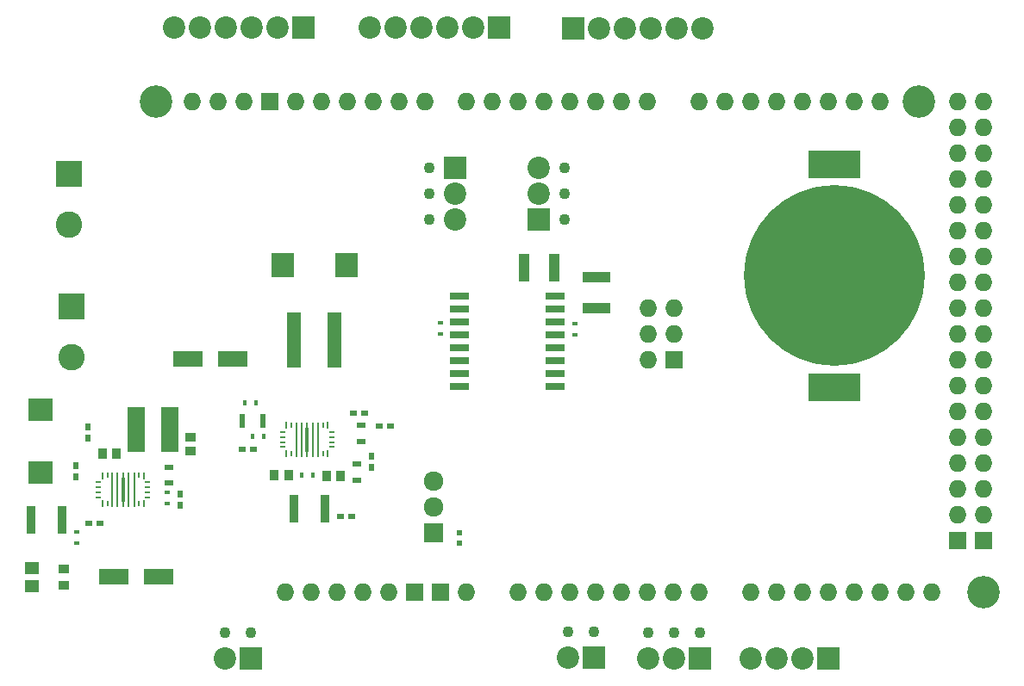
<source format=gts>
G04 #@! TF.GenerationSoftware,KiCad,Pcbnew,6.0.2+dfsg-1*
G04 #@! TF.CreationDate,2024-03-01T17:34:33+01:00*
G04 #@! TF.ProjectId,controller_pcb,636f6e74-726f-46c6-9c65-725f7063622e,v01*
G04 #@! TF.SameCoordinates,Original*
G04 #@! TF.FileFunction,Soldermask,Top*
G04 #@! TF.FilePolarity,Negative*
%FSLAX46Y46*%
G04 Gerber Fmt 4.6, Leading zero omitted, Abs format (unit mm)*
G04 Created by KiCad (PCBNEW 6.0.2+dfsg-1) date 2024-03-01 17:34:33*
%MOMM*%
%LPD*%
G01*
G04 APERTURE LIST*
%ADD10O,1.727200X1.727200*%
%ADD11R,1.727200X1.727200*%
%ADD12C,3.200000*%
%ADD13R,5.080000X2.790000*%
%ADD14C,17.780000*%
%ADD15C,2.200000*%
%ADD16R,2.200000X2.200000*%
%ADD17C,1.100000*%
%ADD18R,1.000000X0.950000*%
%ADD19R,3.000000X1.600000*%
%ADD20R,0.600000X0.250000*%
%ADD21R,0.250000X0.650000*%
%ADD22R,0.250000X0.600000*%
%ADD23R,0.250000X3.400000*%
%ADD24R,0.330000X2.350000*%
%ADD25R,0.250000X0.525000*%
%ADD26R,0.990000X0.810000*%
%ADD27R,0.620000X0.420000*%
%ADD28R,0.810000X0.990000*%
%ADD29R,0.750000X0.600000*%
%ADD30R,2.600000X2.600000*%
%ADD31C,2.600000*%
%ADD32R,0.420000X0.620000*%
%ADD33R,0.940000X0.540000*%
%ADD34R,0.920000X2.820000*%
%ADD35R,0.600000X0.750000*%
%ADD36R,2.450000X2.300000*%
%ADD37R,1.920000X1.920000*%
%ADD38C,1.920000*%
%ADD39R,2.300000X2.450000*%
%ADD40R,1.925000X0.650000*%
%ADD41R,2.700000X1.100000*%
%ADD42R,1.100000X2.700000*%
%ADD43R,1.800000X4.500000*%
%ADD44R,0.500000X0.475000*%
%ADD45R,1.450000X1.150000*%
%ADD46R,0.620000X1.470000*%
%ADD47R,1.450000X5.500000*%
G04 APERTURE END LIST*
D10*
X138540998Y-126746000D03*
X114156998Y-78486000D03*
X111616998Y-78486000D03*
X156447998Y-101346000D03*
X156447998Y-103886000D03*
X125840998Y-126746000D03*
X158987998Y-101346000D03*
X156447998Y-98806000D03*
X123300998Y-126746000D03*
D11*
X189340998Y-121666000D03*
X186800998Y-121666000D03*
X158987998Y-103886000D03*
X136000998Y-126746000D03*
X133460998Y-126746000D03*
X119236998Y-78486000D03*
D10*
X189340998Y-119126000D03*
X186800998Y-119126000D03*
X189340998Y-116586000D03*
X186800998Y-116586000D03*
X189340998Y-114046000D03*
X186800998Y-114046000D03*
X189340998Y-111506000D03*
X186800998Y-111506000D03*
X189340998Y-108966000D03*
X186800998Y-108966000D03*
X189340998Y-106426000D03*
X186800998Y-106426000D03*
X189340998Y-103886000D03*
X186800998Y-103886000D03*
X189340998Y-101346000D03*
X186800998Y-101346000D03*
X189340998Y-98806000D03*
X186800998Y-98806000D03*
X189340998Y-96266000D03*
X186800998Y-96266000D03*
X189340998Y-93726000D03*
X186800998Y-93726000D03*
X189340998Y-91186000D03*
X186800998Y-91186000D03*
X189340998Y-88646000D03*
X186800998Y-88646000D03*
X189340998Y-86106000D03*
X186800998Y-86106000D03*
X189340998Y-83566000D03*
X186800998Y-83566000D03*
X189340998Y-81026000D03*
X186800998Y-81026000D03*
X179180998Y-78486000D03*
X176640998Y-78486000D03*
X174100998Y-78486000D03*
X171560998Y-78486000D03*
X169020998Y-78486000D03*
X166480998Y-78486000D03*
X163940998Y-78486000D03*
X161400998Y-78486000D03*
X121776998Y-78486000D03*
X124316998Y-78486000D03*
X126856998Y-78486000D03*
X129396998Y-78486000D03*
X131936998Y-78486000D03*
X134476998Y-78486000D03*
X138540998Y-78486000D03*
X141080998Y-78486000D03*
X143620998Y-78486000D03*
X146160998Y-78486000D03*
X148700998Y-78486000D03*
X151240998Y-78486000D03*
X153780998Y-78486000D03*
X156320998Y-78486000D03*
X116696998Y-78486000D03*
X184260998Y-126746000D03*
X181720998Y-126746000D03*
X179180998Y-126746000D03*
X176640998Y-126746000D03*
X174100998Y-126746000D03*
X171560998Y-126746000D03*
X169020998Y-126746000D03*
X166480998Y-126746000D03*
X161400998Y-126746000D03*
X158860998Y-126746000D03*
X156320998Y-126746000D03*
X153780998Y-126746000D03*
X151240998Y-126746000D03*
X148700998Y-126746000D03*
X146160998Y-126746000D03*
X143620998Y-126746000D03*
X189340998Y-78486000D03*
X186800998Y-78486000D03*
X158987998Y-98806000D03*
X130920998Y-126746000D03*
X128380998Y-126746000D03*
D12*
X108060998Y-78486000D03*
X189340998Y-126746000D03*
X182990998Y-78486000D03*
D10*
X120760998Y-126746000D03*
D13*
X174752000Y-106590600D03*
X174752000Y-84620600D03*
D14*
X174752000Y-95605600D03*
D15*
X114833400Y-133223000D03*
D16*
X117373400Y-133223000D03*
D17*
X114833400Y-130683000D03*
X117373400Y-130683000D03*
D18*
X99034600Y-124422000D03*
X99034600Y-126022000D03*
D19*
X115611000Y-103759000D03*
X111211000Y-103759000D03*
D20*
X102451200Y-115886800D03*
X102451200Y-116386800D03*
X102451200Y-116886800D03*
X102451200Y-117386800D03*
D21*
X102811200Y-118011800D03*
D22*
X103311200Y-118036800D03*
D23*
X103771200Y-116636800D03*
X104311200Y-116636800D03*
D24*
X104851200Y-116636800D03*
D23*
X105391200Y-116636800D03*
X105931200Y-116636800D03*
D22*
X106391200Y-118036800D03*
D21*
X106891200Y-118011800D03*
D20*
X107251200Y-117386800D03*
X107251200Y-116886800D03*
X107251200Y-116386800D03*
X107251200Y-115886800D03*
D21*
X106891200Y-115261800D03*
D22*
X106391200Y-115236800D03*
X103311200Y-115236800D03*
D21*
X102811200Y-115261800D03*
D25*
X104851200Y-118074800D03*
X104851200Y-115198800D03*
D26*
X111475200Y-112856400D03*
X111475200Y-111476400D03*
D27*
X136042403Y-101320588D03*
X136042403Y-100220588D03*
D17*
X148590000Y-130657600D03*
X151130000Y-130657600D03*
D16*
X151130000Y-133197600D03*
D15*
X148590000Y-133197600D03*
D28*
X102836200Y-113076200D03*
X104216200Y-113076200D03*
D16*
X141782800Y-71221600D03*
D15*
X139242800Y-71221600D03*
X136702800Y-71221600D03*
X134162800Y-71221600D03*
X131622800Y-71221600D03*
X129082800Y-71221600D03*
D29*
X130006000Y-110363000D03*
X131106000Y-110363000D03*
X101507200Y-119964200D03*
X102607200Y-119964200D03*
D27*
X149225000Y-101388000D03*
X149225000Y-100288000D03*
D30*
X99568000Y-85598000D03*
D31*
X99568000Y-90598000D03*
D32*
X116810000Y-108085200D03*
X117910000Y-108085200D03*
D29*
X116556000Y-112657200D03*
X117656000Y-112657200D03*
D15*
X161747200Y-71266689D03*
X159207200Y-71266689D03*
X156667200Y-71266689D03*
X154127200Y-71266689D03*
X151587200Y-71266689D03*
D16*
X149047200Y-71266689D03*
D27*
X109195800Y-117978400D03*
X109195800Y-116878400D03*
D17*
X158953200Y-130708400D03*
X161493200Y-130708400D03*
X156413200Y-130708400D03*
D16*
X161493200Y-133248400D03*
D15*
X158953200Y-133248400D03*
X156413200Y-133248400D03*
D33*
X127850200Y-115684200D03*
X127850200Y-114084200D03*
D34*
X121634000Y-118491000D03*
X124714000Y-118491000D03*
D29*
X126196000Y-119253000D03*
X127296000Y-119253000D03*
D30*
X99814000Y-98592000D03*
D31*
X99814000Y-103592000D03*
D17*
X134899400Y-90043000D03*
X134899400Y-84963000D03*
X134899400Y-87503000D03*
D16*
X137439400Y-84963000D03*
D15*
X137439400Y-87503000D03*
X137439400Y-90043000D03*
D16*
X174096600Y-133248400D03*
D15*
X171556600Y-133248400D03*
X169016600Y-133248400D03*
X166476600Y-133248400D03*
D17*
X148209000Y-90068400D03*
X148209000Y-84988400D03*
X148209000Y-87528400D03*
D16*
X145669000Y-90068400D03*
D15*
X145669000Y-87528400D03*
X145669000Y-84988400D03*
D35*
X100203000Y-114283400D03*
X100203000Y-115383400D03*
D27*
X100304600Y-121860400D03*
X100304600Y-120760400D03*
D28*
X119718000Y-115197200D03*
X121098000Y-115197200D03*
D36*
X96772800Y-114982400D03*
X96772800Y-108782400D03*
D33*
X109348200Y-116009800D03*
X109348200Y-114409800D03*
D16*
X122580400Y-71170800D03*
D15*
X120040400Y-71170800D03*
X117500400Y-71170800D03*
X114960400Y-71170800D03*
X112420400Y-71170800D03*
X109880400Y-71170800D03*
D32*
X117572000Y-111387200D03*
X118672000Y-111387200D03*
D35*
X101372600Y-111543400D03*
X101372600Y-110443400D03*
D37*
X135382000Y-120904000D03*
D38*
X135382000Y-118364000D03*
X135382000Y-115824000D03*
D39*
X120572600Y-94589600D03*
X126772600Y-94589600D03*
D32*
X122398000Y-115197200D03*
X123498000Y-115197200D03*
D35*
X110491200Y-117072800D03*
X110491200Y-118172800D03*
D40*
X137883603Y-97612200D03*
X137883603Y-98882200D03*
X137883603Y-100152200D03*
X137883603Y-101422200D03*
X137883603Y-102692200D03*
X137883603Y-103962200D03*
X137883603Y-105232200D03*
X137883603Y-106502200D03*
X147307603Y-106502200D03*
X147307603Y-105232200D03*
X147307603Y-103962200D03*
X147307603Y-102692200D03*
X147307603Y-101422200D03*
X147307603Y-100152200D03*
X147307603Y-98882200D03*
X147307603Y-97612200D03*
D41*
X151358600Y-98756600D03*
X151358600Y-95756600D03*
D19*
X103972000Y-125171200D03*
X108372000Y-125171200D03*
D42*
X147219800Y-94843600D03*
X144219800Y-94843600D03*
D28*
X126250000Y-115298800D03*
X124870000Y-115298800D03*
D43*
X106142200Y-110744000D03*
X109442200Y-110744000D03*
D44*
X137922000Y-120900000D03*
X137922000Y-121924000D03*
D29*
X128578000Y-109101200D03*
X127478000Y-109101200D03*
D33*
X128270000Y-110333200D03*
X128270000Y-111933200D03*
D35*
X129298000Y-114477200D03*
X129298000Y-113377200D03*
D45*
X95885000Y-124322000D03*
X95885000Y-126122000D03*
D46*
X116576000Y-109863200D03*
X118576000Y-109863200D03*
D34*
X95819400Y-119655000D03*
X98899400Y-119655000D03*
D47*
X125647200Y-101879400D03*
X121647200Y-101879400D03*
D20*
X125336000Y-112459200D03*
X125336000Y-111959200D03*
X125336000Y-111459200D03*
X125336000Y-110959200D03*
D21*
X124976000Y-110334200D03*
D22*
X124476000Y-110309200D03*
D23*
X124016000Y-111709200D03*
X123476000Y-111709200D03*
D24*
X122936000Y-111709200D03*
D23*
X122396000Y-111709200D03*
X121856000Y-111709200D03*
D22*
X121396000Y-110309200D03*
D21*
X120896000Y-110334200D03*
D20*
X120536000Y-110959200D03*
X120536000Y-111459200D03*
X120536000Y-111959200D03*
X120536000Y-112459200D03*
D21*
X120896000Y-113084200D03*
D22*
X121396000Y-113109200D03*
X124476000Y-113109200D03*
D21*
X124976000Y-113084200D03*
D25*
X122936000Y-110271200D03*
X122936000Y-113147200D03*
M02*

</source>
